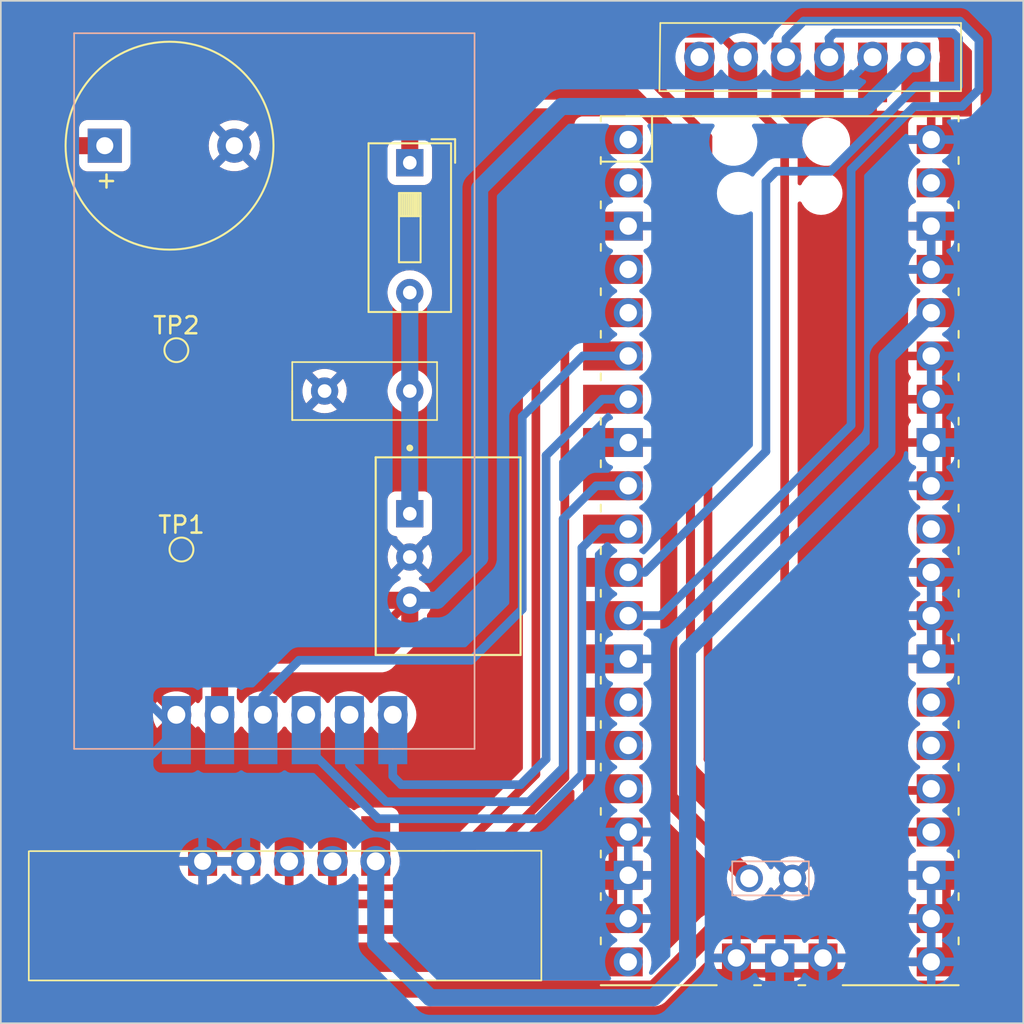
<source format=kicad_pcb>
(kicad_pcb (version 20240108) (generator "pcbnew") (generator_version "8.0")
  (title_block (title "SCALARV_AEROSAT_BOARD") (rev "v01") (comment 4 "Florian Topeza"))
  (layers (0 "F.Cu" signal) (31 "B.Cu" signal) (34 "B.Paste" user) (35 "F.Paste" user) (36 "B.SilkS" user "B.Silkscreen") (37 "F.SilkS" user "F.Silkscreen") (38 "B.Mask" user) (39 "F.Mask" user) (44 "Edge.Cuts" user))
  (net 0 "")
  (net 1 "/BUZZER")
  (net 2 "GND")
  (net 3 "+BATT")
  (net 4 "Net-(PS1-+VIN)")
  (net 5 "+5V")
  (net 6 "/GPS_TX")
  (net 7 "/GPS_RX")
  (net 8 "/LoRa_BUSY")
  (net 9 "/LoRa_CS")
  (net 10 "/SD_MISO")
  (net 11 "/SD_CS")
  (net 12 "/SD_CLK")
  (net 13 "/SD_MOSI")
  (net 14 "/PMS_TXD")
  (net 15 "/PMS_RXD")
  (net 16 "/LoRa_CLK")
  (net 17 "/LoRa_MOSI")
  (net 18 "/LoRa_MISO")
  (net 19 "/LORA_RST")
  (net 20 "/PMS_RST")
  (net 21 "/PMS_SET")
  (net 22 "/LORA_DIO1")
  (net 23 "/BAT_AD")
  (net 24 "+3.3V")
  (footprint "TestPoint:TestPoint_Pad_D1.0mm" (layer "F.Cu") (at 110.3 70.5)
    (property "Reference" "TP2" (at 0 -1.448 0) (layer "F.SilkS"))
    (property "Value" "TestPoint" (hide yes))
    (fp_circle (center 0 0) (end 0 0.7) (stroke (width 0.12)) (fill none) (layer "F.SilkS"))
    (pad "1" smd circle (at 0 0) (size 1 1) (layers "F.Cu" "F.Mask") (net 2 "GND"))
  )
  (footprint "Librairie_empreintes_test:Battery_connector" (layer "F.Cu") (at 143.92 101.5)
    (property "Reference" "REF**" (hide yes))
    (property "Value" "Battery_connector" (hide yes))
    (fp_line (start -1 -1) (end 3.5 -1) (stroke (width 0.1)) (layer "B.SilkS"))
    (fp_line (start -1 1) (end -1 -1) (stroke (width 0.1)) (layer "B.SilkS"))
    (fp_line (start 3.5 -1) (end 3.5 1) (stroke (width 0.1)) (layer "B.SilkS"))
    (fp_line (start 3.5 1) (end -1 1) (stroke (width 0.1)) (layer "B.SilkS"))
    (pad "1" thru_hole circle (at 0 0) (size 1.6 1.6) (drill 1.05) (layers "*.Cu" "*.Mask") (net 3 "+BATT"))
    (pad "2" thru_hole circle (at 2.54 0) (size 1.6 1.6) (drill 1.05) (layers "*.Cu" "*.Mask") (net 2 "GND"))
  )
  (footprint "Catalex_microSD_adaptater:Catalex_microSD_adaptater" (layer "F.Cu") (at 123 91.9 -90)
    (property "Reference" "Micro_SD_Card1" (hide yes))
    (property "Value" "~Micro SD Card adapter")
    (fp_line (start -40 18.7) (end 2 18.7) (stroke (width 0.1)) (layer "B.SilkS"))
    (fp_line (start 2 18.7) (end 2 0) (stroke (width 0.1)) (layer "B.SilkS"))
    (fp_line (start 2 0) (end 2 -4.8) (stroke (width 0.1)) (layer "B.SilkS"))
    (fp_line (start -40 -4.8) (end -40 18.7) (stroke (width 0.1)) (layer "B.SilkS"))
    (fp_line (start 2 -4.8) (end -40 -4.8) (stroke (width 0.1)) (layer "B.SilkS"))
    (pad "1" thru_hole circle (at 0 0 270) (size 1.75 1.75) (drill 1.05) (layers "*.Cu" "*.Mask") (net 11 "/SD_CS"))
    (pad "1" smd rect (at 0 0 270) (size 4 1.7) (drill (offset 0.9 0)) (layers "B.Cu" "B.Mask") (net 11 "/SD_CS"))
    (pad "2" thru_hole circle (at 0 2.54 270) (size 1.75 1.75) (drill 1.05) (layers "*.Cu" "*.Mask") (net 12 "/SD_CLK"))
    (pad "2" smd rect (at 0 2.54 270) (size 4 1.7) (drill (offset 0.9 0)) (layers "B.Cu" "B.Mask") (net 12 "/SD_CLK"))
    (pad "3" thru_hole circle (at 0 5.08 270) (size 1.75 1.75) (drill 1.05) (layers "*.Cu" "*.Mask") (net 13 "/SD_MOSI"))
    (pad "3" smd rect (at 0 5.08 270) (size 4 1.7) (drill (offset 0.9 0)) (layers "B.Cu" "B.Mask") (net 13 "/SD_MOSI"))
    (pad "4" thru_hole circle (at 0 7.62 270) (size 1.75 1.75) (drill 1.05) (layers "*.Cu" "*.Mask") (net 10 "/SD_MISO"))
    (pad "4" smd rect (at 0 7.62 270) (size 4 1.7) (drill (offset 0.9 0)) (layers "B.Cu" "B.Mask") (net 10 "/SD_MISO"))
    (pad "5" thru_hole circle (at 0 10.16 270) (size 1.75 1.75) (drill 1.05) (layers "*.Cu" "*.Mask") (net 5 "+5V"))
    (pad "5" smd rect (at 0 10.16 270) (size 4 1.7) (drill (offset 0.9 0)) (layers "B.Cu" "B.Mask") (net 5 "+5V"))
    (pad "6" thru_hole circle (at 0 12.7 270) (size 1.75 1.75) (drill 1.05) (layers "*.Cu" "*.Mask") (net 2 "GND"))
    (pad "6" smd rect (at 0 12.7 270) (size 4 1.7) (drill (offset 0.9 0)) (layers "B.Cu" "B.Mask") (net 2 "GND"))
  )
  (footprint "TestPoint:TestPoint_Pad_D1.0mm" (layer "F.Cu") (at 110.6 82.2)
    (property "Reference" "TP1" (at 0 -1.448 0) (layer "F.SilkS"))
    (property "Value" "TestPoint" (hide yes))
    (fp_circle (center 0 0) (end 0 0.7) (stroke (width 0.12)) (fill none) (layer "F.SilkS"))
    (pad "1" smd circle (at 0 0) (size 1 1) (layers "F.Cu" "F.Mask") (net 5 "+5V"))
  )
  (footprint "Button_Switch_THT:SW_DIP_SPSTx01_Slide_9.78x4.72mm_W7.62mm_P2.54mm" (layer "F.Cu") (at 124 59.5 -90)
    (property "Reference" "SW1" (hide yes))
    (property "Value" "SW_DIP_x01" (hide yes))
    (fp_line (start -1.14 2.42) (end 8.76 2.42) (stroke (width 0.12)) (layer "F.SilkS"))
    (fp_line (start 1.78 0.635) (end 5.84 0.635) (stroke (width 0.12)) (layer "F.SilkS"))
    (fp_line (start 5.84 0.635) (end 5.84 -0.635) (stroke (width 0.12)) (layer "F.SilkS"))
    (fp_line (start 1.78 0.565) (end 3.133333 0.565) (stroke (width 0.12)) (layer "F.SilkS"))
    (fp_line (start 1.78 0.445) (end 3.133333 0.445) (stroke (width 0.12)) (layer "F.SilkS"))
    (fp_line (start 1.78 0.325) (end 3.133333 0.325) (stroke (width 0.12)) (layer "F.SilkS"))
    (fp_line (start 1.78 0.205) (end 3.133333 0.205) (stroke (width 0.12)) (layer "F.SilkS"))
    (fp_line (start 1.78 0.085) (end 3.133333 0.085) (stroke (width 0.12)) (layer "F.SilkS"))
    (fp_line (start 1.78 -0.035) (end 3.133333 -0.035) (stroke (width 0.12)) (layer "F.SilkS"))
    (fp_line (start 1.78 -0.155) (end 3.133333 -0.155) (stroke (width 0.12)) (layer "F.SilkS"))
    (fp_line (start 1.78 -0.275) (end 3.133333 -0.275) (stroke (width 0.12)) (layer "F.SilkS"))
    (fp_line (start 1.78 -0.395) (end 3.133333 -0.395) (stroke (width 0.12)) (layer "F.SilkS"))
    (fp_line (start 1.78 -0.515) (end 3.133333 -0.515) (stroke (width 0.12)) (layer "F.SilkS"))
    (fp_line (start 1.78 -0.635) (end 1.78 0.635) (stroke (width 0.12)) (layer "F.SilkS"))
    (fp_line (start 3.133333 -0.635) (end 3.133333 0.635) (stroke (width 0.12)) (layer "F.SilkS"))
    (fp_line (start 5.84 -0.635) (end 1.78 -0.635) (stroke (width 0.12)) (layer "F.SilkS"))
    (fp_line (start -1.14 -2.42) (end -1.14 2.42) (stroke (width 0.12)) (layer "F.SilkS"))
    (fp_line (start -1.14 -2.42) (end 8.76 -2.42) (stroke (width 0.12)) (layer "F.SilkS"))
    (fp_line (start 8.76 -2.42) (end 8.76 2.42) (stroke (width 0.12)) (layer "F.SilkS"))
    (fp_line (start -1.38 -2.66) (end -1.38 -1.277) (stroke (width 0.12)) (layer "F.SilkS"))
    (fp_line (start -1.38 -2.66) (end 0.004 -2.66) (stroke (width 0.12)) (layer "F.SilkS"))
    (pad "1" thru_hole rect (at 0 0 270) (size 1.6 1.6) (drill 0.8) (layers "*.Cu" "*.Mask") (net 3 "+BATT"))
    (pad "2" thru_hole oval (at 7.62 0 270) (size 1.6 1.6) (drill 0.8) (layers "*.Cu" "*.Mask") (net 4 "Net-(PS1-+VIN)"))
  )
  (footprint "LS20031_GPS:LS20031_GPS_Vertical" (layer "F.Cu") (at 111.84 100.5 90)
    (property "Reference" "LS20031_GPS_TTL1" (hide yes))
    (property "Value" "GPS" (hide yes))
    (fp_line (start 0.59 -10.2) (end -6.99 -10.2) (stroke (width 0.1)) (layer "F.SilkS"))
    (fp_line (start -6.99 -10.13) (end -6.99 19.88) (stroke (width 0.1)) (layer "F.SilkS"))
    (fp_line (start 0.6 -0.8) (end 0.6 -10.13) (stroke (width 0.1)) (layer "F.SilkS"))
    (fp_line (start 0.62 19.88) (end 0.6 -0.8) (stroke (width 0.1)) (layer "F.SilkS"))
    (fp_line (start -6.98 19.88) (end 0.62 19.88) (stroke (width 0.1)) (layer "F.SilkS"))
    (pad "1" thru_hole circle (at 0 10.16 270) (size 1.8 1.8) (drill 1.05) (layers "*.Cu" "*.Mask") (net 24 "+3.3V"))
    (pad "1" smd rect (at 0 10.16 270) (size 3.5 1.7) (drill (offset -0.9 0)) (layers "F.Cu" "F.Mask") (net 24 "+3.3V"))
    (pad "2" thru_hole circle (at 0 7.62 270) (size 1.8 1.8) (drill 1.05) (layers "*.Cu" "*.Mask") (net 6 "/GPS_TX"))
    (pad "2" smd rect (at 0 7.62 270) (size 3.5 1.7) (drill (offset -0.9 0)) (layers "F.Cu" "F.Mask") (net 6 "/GPS_TX"))
    (pad "3" thru_hole circle (at 0 5.08 270) (size 1.8 1.8) (drill 1.05) (layers "*.Cu" "*.Mask") (net 7 "/GPS_RX"))
    (pad "3" smd rect (at 0 5.08 270) (size 3.5 1.7) (drill (offset -0.9 0)) (layers "F.Cu" "F.Mask") (net 7 "/GPS_RX"))
    (pad "4" thru_hole circle (at 0 2.54 270) (size 1.8 1.8) (drill 1.05) (layers "*.Cu" "*.Mask") (net 2 "GND"))
    (pad "4" smd rect (at 0 2.54 270) (size 3.5 1.7) (drill (offset -0.9 0)) (layers "F.Cu" "F.Mask") (net 2 "GND"))
    (pad "5" thru_hole circle (at 0 0 270) (size 1.8 1.8) (drill 1) (layers "*.Cu" "*.Mask") (net 2 "GND"))
    (pad "5" smd rect (at 0 0 270) (size 3.5 1.7) (drill (offset -0.9 0)) (layers "F.Cu" "F.Mask") (net 2 "GND"))
  )
  (footprint "RPi_Pico:RPi_Pico_SMD_TH" (layer "F.Cu") (at 145.71 82.27)
    (property "Reference" "Raspberry_Pico1" (hide yes))
    (property "Value" "~RP Pico" (hide yes))
    (fp_line (start -10.5 -25.5) (end -10.5 -25.2) (stroke (width 0.12)) (layer "F.SilkS"))
    (fp_line (start -10.5 -25.5) (end 10.5 -25.5) (stroke (width 0.12)) (layer "F.SilkS"))
    (fp_line (start -10.5 -23.1) (end -10.5 -22.7) (stroke (width 0.12)) (layer "F.SilkS"))
    (fp_line (start -10.5 -22.833) (end -7.493 -22.833) (stroke (width 0.12)) (layer "F.SilkS"))
    (fp_line (start -10.5 -20.5) (end -10.5 -20.1) (stroke (width 0.12)) (layer "F.SilkS"))
    (fp_line (start -10.5 -18) (end -10.5 -17.6) (stroke (width 0.12)) (layer "F.SilkS"))
    (fp_line (start -10.5 -15.4) (end -10.5 -15) (stroke (width 0.12)) (layer "F.SilkS"))
    (fp_line (start -10.5 -12.9) (end -10.5 -12.5) (stroke (width 0.12)) (layer "F.SilkS"))
    (fp_line (start -10.5 -10.4) (end -10.5 -10) (stroke (width 0.12)) (layer "F.SilkS"))
    (fp_line (start -10.5 -7.8) (end -10.5 -7.4) (stroke (width 0.12)) (layer "F.SilkS"))
    (fp_line (start -10.5 -5.3) (end -10.5 -4.9) (stroke (width 0.12)) (layer "F.SilkS"))
    (fp_line (start -10.5 -2.7) (end -10.5 -2.3) (stroke (width 0.12)) (layer "F.SilkS"))
    (fp_line (start -10.5 -0.2) (end -10.5 0.2) (stroke (width 0.12)) (layer "F.SilkS"))
    (fp_line (start -10.5 2.3) (end -10.5 2.7) (stroke (width 0.12)) (layer "F.SilkS"))
    (fp_line (start -10.5 4.9) (end -10.5 5.3) (stroke (width 0.12)) (layer "F.SilkS"))
    (fp_line (start -10.5 7.4) (end -10.5 7.8) (stroke (width 0.12)) (layer "F.SilkS"))
    (fp_line (start -10.5 10) (end -10.5 10.4) (stroke (width 0.12)) (layer "F.SilkS"))
    (fp_line (start -10.5 12.5) (end -10.5 12.9) (stroke (width 0.12)) (layer "F.SilkS"))
    (fp_line (start -10.5 15.1) (end -10.5 15.5) (stroke (width 0.12)) (layer "F.SilkS"))
    (fp_line (start -10.5 17.6) (end -10.5 18) (stroke (width 0.12)) (layer "F.SilkS"))
    (fp_line (start -10.5 20.1) (end -10.5 20.5) (stroke (width 0.12)) (layer "F.SilkS"))
    (fp_line (start -10.5 22.7) (end -10.5 23.1) (stroke (width 0.12)) (layer "F.SilkS"))
    (fp_line (start -7.493 -22.833) (end -7.493 -25.5) (stroke (width 0.12)) (layer "F.SilkS"))
    (fp_line (start -3.7 25.5) (end -10.5 25.5) (stroke (width 0.12)) (layer "F.SilkS"))
    (fp_line (start -1.5 25.5) (end -1.1 25.5) (stroke (width 0.12)) (layer "F.SilkS"))
    (fp_line (start 1.1 25.5) (end 1.5 25.5) (stroke (width 0.12)) (layer "F.SilkS"))
    (fp_line (start 10.5 -25.5) (end 10.5 -25.2) (stroke (width 0.12)) (layer "F.SilkS"))
    (fp_line (start 10.5 -23.1) (end 10.5 -22.7) (stroke (width 0.12)) (layer "F.SilkS"))
    (fp_line (start 10.5 -20.5) (end 10.5 -20.1) (stroke (width 0.12)) (layer "F.SilkS"))
    (fp_line (start 10.5 -18) (end 10.5 -17.6) (stroke (width 0.12)) (layer "F.SilkS"))
    (fp_line (start 10.5 -15.4) (end 10.5 -15) (stroke (width 0.12)) (layer "F.SilkS"))
    (fp_line (start 10.5 -12.9) (end 10.5 -12.5) (stroke (width 0.12)) (layer "F.SilkS"))
    (fp_line (start 10.5 -10.4) (end 10.5 -10) (stroke (width 0.12)) (layer "F.SilkS"))
    (fp_line (start 10.5 -7.8) (end 10.5 -7.4) (stroke (width 0.12)) (layer "F.SilkS"))
    (fp_line (start 10.5 -5.3) (end 10.5 -4.9) (stroke (width 0.12)) (layer "F.SilkS"))
    (fp_line (start 10.5 -2.7) (end 10.5 -2.3) (stroke (width 0.12)) (layer "F.SilkS"))
    (fp_line (start 10.5 -0.2) (end 10.5 0.2) (stroke (width 0.12)) (layer "F.SilkS"))
    (fp_line (start 10.5 2.3) (end 10.5 2.7) (stroke (width 0.12)) (layer "F.SilkS"))
    (fp_line (start 10.5 4.9) (end 10.5 5.3) (stroke (width 0.12)) (layer "F.SilkS"))
    (fp_line (start 10.5 7.4) (end 10.5 7.8) (stroke (width 0.12)) (layer "F.SilkS"))
    (fp_line (start 10.5 10) (end 10.5 10.4) (stroke (width 0.12)) (layer "F.SilkS"))
    (fp_line (start 10.5 12.5) (end 10.5 12.9) (stroke (width 0.12)) (layer "F.SilkS"))
    (fp_line (start 10.5 15.1) (end 10.5 15.5) (stroke (width 0.12)) (layer "F.SilkS"))
    (fp_line (start 10.5 17.6) (end 10.5 18) (stroke (width 0.12)) (layer "F.SilkS"))
    (fp_line (start 10.5 20.1) (end 10.5 20.5) (stroke (width 0.12)) (layer "F.SilkS"))
    (fp_line (start 10.5 22.7) (end 10.5 23.1) (stroke (width 0.12)) (layer "F.SilkS"))
    (fp_line (start 10.5 25.5) (end 3.7 25.5) (stroke (width 0.12)) (layer "F.SilkS"))
    (pad "" np_thru_hole oval (at -2.725 -24) (size 1.8 1.8) (drill 1.8) (layers "*.Cu" "*.Mask"))
    (pad "" np_thru_hole oval (at -2.425 -20.97) (size 1.5 1.5) (drill 1.5) (layers "*.Cu" "*.Mask"))
    (pad "" np_thru_hole oval (at 2.425 -20.97) (size 1.5 1.5) (drill 1.5) (layers "*.Cu" "*.Mask"))
    (pad "" np_thru_hole oval (at 2.725 -24) (size 1.8 1.8) (drill 1.8) (layers "*.Cu" "*.Mask"))
    (pad "1" thru_hole oval (at -8.89 -24.13) (size 1.7 1.7) (drill 1.02) (layers "*.Cu" "*.Mask") (net 6 "/GPS_TX"))
    (pad "1" smd rect (at -8.89 -24.13) (size 3.5 1.7) (drill (offset -0.9 0)) (layers "F.Cu" "F.Mask") (net 6 "/GPS_TX"))
    (pad "2" thru_hole oval (at -8.89 -21.59) (size 1.7 1.7) (drill 1.02) (layers "*.Cu" "*.Mask") (net 7 "/GPS_RX"))
    (pad "2" smd rect (at -8.89 -21.59) (size 3.5 1.7) (drill (offset -0.9 0)) (layers "F.Cu" "F.Mask") (net 7 "/GPS_RX"))
    (pad "3" thru_hole rect (at -8.89 -19.05) (size 1.7 1.7) (drill 1.02) (layers "*.Cu" "*.Mask") (net 2 "GND"))
    (pad "3" smd rect (at -8.89 -19.05) (size 3.5 1.7) (drill (offset -0.9 0)) (layers "F.Cu" "F.Mask") (net 2 "GND"))
    (pad "4" thru_hole oval (at -8.89 -16.51) (size 1.7 1.7) (drill 1.02) (layers "*.Cu" "*.Mask") (net 8 "/LoRa_BUSY"))
    (pad "4" smd rect (at -8.89 -16.51) (size 3.5 1.7) (drill (offset -0.9 0)) (layers "F.Cu" "F.Mask") (net 8 "/LoRa_BUSY"))
    (pad "5" thru_hole oval (at -8.89 -13.97) (size 1.7 1.7) (drill 1.02) (layers "*.Cu" "*.Mask") (net 9 "/LoRa_CS"))
    (pad "5" smd rect (at -8.89 -13.97) (size 3.5 1.7) (drill (offset -0.9 0)) (layers "F.Cu" "F.Mask") (net 9 "/LoRa_CS"))
    (pad "6" thru_hole oval (at -8.89 -11.43) (size 1.7 1.7) (drill 1.02) (layers "*.Cu" "*.Mask") (net 10 "/SD_MISO"))
    (pad "6" smd rect (at -8.89 -11.43) (size 3.5 1.7) (drill (offset -0.9 0)) (layers "F.Cu" "F.Mask") (net 10 "/SD_MISO"))
    (pad "7" thru_hole oval (at -8.89 -8.89) (size 1.7 1.7) (drill 1.02) (layers "*.Cu" "*.Mask") (net 11 "/SD_CS"))
    (pad "7" smd rect (at -8.89 -8.89) (size 3.5 1.7) (drill (offset -0.9 0)) (layers "F.Cu" "F.Mask") (net 11 "/SD_CS"))
    (pad "8" thru_hole rect (at -8.89 -6.35) (size 1.7 1.7) (drill 1.02) (layers "*.Cu" "*.Mask") (net 2 "GND"))
    (pad "8" smd rect (at -8.89 -6.35) (size 3.5 1.7) (drill (offset -0.9 0)) (layers "F.Cu" "F.Mask") (net 2 "GND"))
    (pad "9" thru_hole oval (at -8.89 -3.81) (size 1.7 1.7) (drill 1.02) (layers "*.Cu" "*.Mask") (net 12 "/SD_CLK"))
    (pad "9" smd rect (at -8.89 -3.81) (size 3.5 1.7) (drill (offset -0.9 0)) (layers "F.Cu" "F.Mask") (net 12 "/SD_CLK"))
    (pad "10" thru_hole oval (at -8.89 -1.27) (size 1.7 1.7) (drill 1.02) (layers "*.Cu" "*.Mask") (net 13 "/SD_MOSI"))
    (pad "10" smd rect (at -8.89 -1.27) (size 3.5 1.7) (drill (offset -0.9 0)) (layers "F.Cu" "F.Mask") (net 13 "/SD_MOSI"))
    (pad "11" thru_hole oval (at -8.89 1.27) (size 1.7 1.7) (drill 1.02) (layers "*.Cu" "*.Mask") (net 14 "/PMS_TXD"))
    (pad "11" smd rect (at -8.89 1.27) (size 3.5 1.7) (drill (offset -0.9 0)) (layers "F.Cu" "F.Mask") (net 14 "/PMS_TXD"))
    (pad "12" thru_hole oval (at -8.89 3.81) (size 1.7 1.7) (drill 1.02) (layers "*.Cu" "*.Mask") (net 15 "/PMS_RXD"))
    (pad "12" smd rect (at -8.89 3.81) (size 3.5 1.7) (drill (offset -0.9 0)) (layers "F.Cu" "F.Mask") (net 15 "/PMS_RXD"))
    (pad "13" thru_hole rect (at -8.89 6.35) (size 1.7 1.7) (drill 1.02) (layers "*.Cu" "*.Mask") (net 2 "GND"))
    (pad "13" smd rect (at -8.89 6.35) (size 3.5 1.7) (drill (offset -0.9 0)) (layers "F.Cu" "F.Mask") (net 2 "GND"))
    (pad "14" thru_hole oval (at -8.89 8.89) (size 1.7 1.7) (drill 1.02) (layers "*.Cu" "*.Mask") (net 16 "/LoRa_CLK"))
    (pad "14" smd rect (at -8.89 8.89) (size 3.5 1.7) (drill (offset -0.9 0)) (layers "F.Cu" "F.Mask") (net 16 "/LoRa_CLK"))
    (pad "15" thru_hole oval (at -8.89 11.43) (size 1.7 1.7) (drill 1.02) (layers "*.Cu" "*.Mask") (net 17 "/LoRa_MOSI"))
    (pad "15" smd rect (at -8.89 11.43) (size 3.5 1.7) (drill (offset -0.9 0)) (layers "F.Cu" "F.Mask") (net 17 "/LoRa_MOSI"))
    (pad "16" thru_hole oval (at -8.89 13.97) (size 1.7 1.7) (drill 1.02) (layers "*.Cu" "*.Mask") (net 18 "/LoRa_MISO"))
    (pad "16" smd rect (at -8.89 13.97) (size 3.5 1.7) (drill (offset -0.9 0)) (layers "F.Cu" "F.Mask") (net 18 "/LoRa_MISO"))
    (pad "17" thru_hole oval (at -8.89 16.51) (size 1.7 1.7) (drill 1.02) (layers "*.Cu" "*.Mask") (net 2 "GND"))
    (pad "17" smd rect (at -8.89 16.51) (size 3.5 1.7) (drill (offset -0.9 0)) (layers "F.Cu" "F.Mask") (net 2 "GND"))
    (pad "18" thru_hole rect (at -8.89 19.05) (size 1.7 1.7) (drill 1.02) (layers "*.Cu" "*.Mask") (net 2 "GND"))
    (pad "18" smd rect (at -8.89 19.05) (size 3.5 1.7) (drill (offset -0.9 0)) (layers "F.Cu" "F.Mask") (net 2 "GND"))
    (pad "19" thru_hole oval (at -8.89 21.59) (size 1.7 1.7) (drill 1.02) (layers "*.Cu" "*.Mask") (net 2 "GND"))
    (pad "19" smd rect (at -8.89 21.59) (size 3.5 1.7) (drill (offset -0.9 0)) (layers "F.Cu" "F.Mask") (net 2 "GND"))
    (pad "20" thru_hole oval (at -8.89 24.13) (size 1.7 1.7) (drill 1.02) (layers "*.Cu" "*.Mask") (net 19 "/LORA_RST"))
    (pad "20" smd rect (at -8.89 24.13) (size 3.5 1.7) (drill (offset -0.9 0)) (layers "F.Cu" "F.Mask") (net 19 "/LORA_RST"))
    (pad "21" thru_hole oval (at 8.89 24.13) (size 1.7 1.7) (drill 1.02) (layers "*.Cu" "*.Mask") (net 2 "GND"))
    (pad "21" smd rect (at 8.89 24.13) (size 3.5 1.7) (drill (offset 0.9 0)) (layers "F.Cu" "F.Mask") (net 2 "GND"))
    (pad "22" thru_hole oval (at 8.89 21.59) (size 1.7 1.7) (drill 1.02) (layers "*.Cu" "*.Mask") (net 2 "GND"))
    (pad "22" smd rect (at 8.89 21.59) (size 3.5 1.7) (drill (offset 0.9 0)) (layers "F.Cu" "F.Mask") (net 2 "GND"))
    (pad "23" thru_hole rect (at 8.89 19.05) (size 1.7 1.7) (drill 1.02) (layers "*.Cu" "*.Mask") (net 2 "GND"))
    (pad "23" smd rect (at 8.89 19.05) (size 3.5 1.7) (drill (offset 0.9 0)) (layers "F.Cu" "F.Mask") (net 2 "GND"))
    (pad "24" thru_hole oval (at 8.89 16.51) (size 1.7 1.7) (drill 1.02) (layers "*.Cu" "*.Mask") (net 20 "/PMS_RST"))
    (pad "24" smd rect (at 8.89 16.51) (size 3.5 1.7) (drill (offset 0.9 0)) (layers "F.Cu" "F.Mask") (net 20 "/PMS_RST"))
    (pad "25" thru_hole oval (at 8.89 13.97) (size 1.7 1.7) (drill 1.02) (layers "*.Cu" "*.Mask") (net 21 "/PMS_SET"))
    (pad "25" smd rect (at 8.89 13.97) (size 3.5 1.7) (drill (offset 0.9 0)) (layers "F.Cu" "F.Mask") (net 21 "/PMS_SET"))
    (pad "26" thru_hole oval (at 8.89 11.43) (size 1.7 1.7) (drill 1.02) (layers "*.Cu" "*.Mask") (net 22 "/LORA_DIO1"))
    (pad "26" smd rect (at 8.89 11.43) (size 3.5 1.7) (drill (offset 0.9 0)) (layers "F.Cu" "F.Mask") (net 22 "/LORA_DIO1"))
    (pad "27" thru_hole oval (at 8.89 8.89) (size 1.7 1.7) (drill 1.02) (layers "*.Cu" "*.Mask") (net 1 "/BUZZER"))
    (pad "27" smd rect (at 8.89 8.89) (size 3.5 1.7) (drill (offset 0.9 0)) (layers "F.Cu" "F.Mask") (net 1 "/BUZZER"))
    (pad "28" thru_hole rect (at 8.89 6.35) (size 1.7 1.7) (drill 1.02) (layers "*.Cu" "*.Mask") (net 2 "GND"))
    (pad "28" smd rect (at 8.89 6.35) (size 3.5 1.7) (drill (offset 0.9 0)) (layers "F.Cu" "F.Mask") (net 2 "GND"))
    (pad "29" thru_hole oval (at 8.89 3.81) (size 1.7 1.7) (drill 1.02) (layers "*.Cu" "*.Mask") (net 2 "GND"))
    (pad "29" smd rect (at 8.89 3.81) (size 3.5 1.7) (drill (offset 0.9 0)) (layers "F.Cu" "F.Mask") (net 2 "GND"))
    (pad "30" thru_hole oval (at 8.89 1.27) (size 1.7 1.7) (drill 1.02) (layers "*.Cu" "*.Mask") (net 2 "GND"))
    (pad "30" smd rect (at 8.89 1.27) (size 3.5 1.7) (drill (offset 0.9 0)) (layers "F.Cu" "F.Mask") (net 2 "GND"))
    (pad "31" thru_hole oval (at 8.89 -1.27) (size 1.7 1.7) (drill 1.02) (layers "*.Cu" "*.Mask") (net 23 "/BAT_AD"))
    (pad "31" smd rect (at 8.89 -1.27) (size 3.5 1.7) (drill (offset 0.9 0)) (layers "F.Cu" "F.Mask") (net 23 "/BAT_AD"))
    (pad "32" thru_hole oval (at 8.89 -3.81) (size 1.7 1.7) (drill 1.02) (layers "*.Cu" "*.Mask") (net 2 "GND"))
    (pad "32" smd rect (at 8.89 -3.81) (size 3.5 1.7) (drill (offset 0.9 0)) (layers "F.Cu" "F.Mask") (net 2 "GND"))
    (pad "33" thru_hole rect (at 8.89 -6.35) (size 1.7 1.7) (drill 1.02) (layers "*.Cu" "*.Mask") (net 2 "GND"))
    (pad "33" smd rect (at 8.89 -6.35) (size 3.5 1.7) (drill (offset 0.9 0)) (layers "F.Cu" "F.Mask") (net 2 "GND"))
    (pad "34" thru_hole oval (at 8.89 -8.89) (size 1.7 1.7) (drill 1.02) (layers "*.Cu" "*.Mask") (net 2 "GND"))
    (pad "34" smd rect (at 8.89 -8.89) (size 3.5 1.7) (drill (offset 0.9 0)) (layers "F.Cu" "F.Mask") (net 2 "GND"))
    (pad "35" thru_hole oval (at 8.89 -11.43) (size 1.7 1.7) (drill 1.02) (layers "*.Cu" "*.Mask") (net 2 "GND"))
    (pad "35" smd rect (at 8.89 -11.43) (size 3.5 1.7) (drill (offset 0.9 0)) (layers "F.Cu" "F.Mask") (net 2 "GND"))
    (pad "36" thru_hole oval (at 8.89 -13.97) (size 1.7 1.7) (drill 1.02) (layers "*.Cu" "*.Mask") (net 24 "+3.3V"))
    (pad "36" smd rect (at 8.89 -13.97) (size 3.5 1.7) (drill (offset 0.9 0)) (layers "F.Cu" "F.Mask") (net 24 "+3.3V"))
    (pad "37" thru_hole oval (at 8.89 -16.51) (size 1.7 1.7) (drill 1.02) (layers "*.Cu" "*.Mask") (net 2 "GND"))
    (pad "37" smd rect (at 8.89 -16.51) (size 3.5 1.7) (drill (offset 0.9 0)) (layers "F.Cu" "F.Mask") (net 2 "GND"))
    (pad "38" thru_hole rect (at 8.89 -19.05) (size 1.7 1.7) (drill 1.02) (layers "*.Cu" "*.Mask") (net 2 "GND"))
    (pad "38" smd rect (at 8.89 -19.05) (size 3.5 1.7) (drill (offset 0.9 0)) (layers "F.Cu" "F.Mask") (net 2 "GND"))
    (pad "39" thru_hole oval (at 8.89 -21.59) (size 1.7 1.7) (drill 1.02) (layers "*.Cu" "*.Mask") (net 5 "+5V"))
    (pad "39" smd rect (at 8.89 -21.59) (size 3.5 1.7) (drill (offset 0.9 0)) (layers "F.Cu" "F.Mask") (net 5 "+5V"))
    (pad "40" thru_hole oval (at 8.89 -24.13) (size 1.7 1.7) (drill 1.02) (layers "*.Cu" "*.Mask") (net 2 "GND"))
    (pad "40" smd rect (at 8.89 -24.13) (size 3.5 1.7) (drill (offset 0.9 0)) (layers "F.Cu" "F.Mask") (net 2 "GND"))
    (pad "41" thru_hole oval (at -2.54 23.9) (size 1.7 1.7) (drill 1.02) (layers "*.Cu" "*.Mask") (net 2 "GND"))
    (pad "41" smd rect (at -2.54 23.9 90) (size 3.5 1.7) (drill (offset -0.9 0)) (layers "F.Cu" "F.Mask") (net 2 "GND"))
    (pad "42" thru_hole rect (at 0 23.9) (size 1.7 1.7) (drill 1.02) (layers "*.Cu" "*.Mask") (net 2 "GND"))
    (pad "42" smd rect (at 0 23.9 90) (size 3.5 1.7) (drill (offset -0.9 0)) (layers "F.Cu" "F.Mask") (net 2 "GND"))
    (pad "43" thru_hole oval (at 2.54 23.9) (size 1.7 1.7) (drill 1.02) (layers "*.Cu" "*.Mask") (net 2 "GND"))
    (pad "43" smd rect (at 2.54 23.9 90) (size 3.5 1.7) (drill (offset -0.9 0)) (layers "F.Cu" "F.Mask") (net 2 "GND"))
  )
  (footprint "PMS5003:PIM477" (layer "F.Cu") (at 153.7 53.3 -90)
    (property "Reference" "PMS5003" (hide yes))
    (property "Value" "~PMS5003" (hide yes))
    (fp_line (start 2 15.05) (end -2 15) (stroke (width 0.1)) (layer "F.SilkS"))
    (fp_line (start 2 15.05) (end 2 -1) (stroke (width 0.1)) (layer "F.SilkS"))
    (fp_line (start 2 -1) (end 2 -2.65) (stroke (width 0.1)) (layer "F.SilkS"))
    (fp_line (start -2 -2.65) (end -2 15) (stroke (width 0.1)) (layer "F.SilkS"))
    (fp_line (start 2 -2.65) (end -2 -2.65) (stroke (width 0.1)) (layer "F.SilkS"))
    (pad "1" thru_hole circle (at 0 0 270) (size 1.8 1.8) (drill 1.05) (layers "*.Cu" "*.Mask") (net 5 "+5V"))
    (pad "1" smd rect (at 0 0 270) (size 3.5 1.7) (drill (offset 0.9 0)) (layers "F.Cu" "F.Mask") (net 5 "+5V"))
    (pad "2" thru_hole circle (at 0 2.54 270) (size 1.8 1.8) (drill 1.05) (layers "*.Cu" "*.Mask") (net 2 "GND"))
    (pad "2" smd rect (at 0 2.54 270) (size 3.5 1.7) (drill (offset 0.9 0)) (layers "F.Cu" "F.Mask") (net 2 "GND"))
    (pad "3" thru_hole circle (at 0 5.08 270) (size 1.8 1.8) (drill 1.05) (layers "*.Cu" "*.Mask") (net 14 "/PMS_TXD"))
    (pad "3" smd rect (at 0 5.08 270) (size 3.5 1.7) (drill (offset 0.9 0)) (layers "F.Cu" "F.Mask") (net 14 "/PMS_TXD"))
    (pad "4" thru_hole circle (at 0 7.62 270) (size 1.8 1.8) (drill 1.05) (layers "*.Cu" "*.Mask") (net 15 "/PMS_RXD"))
    (pad "4" smd rect (at 0 7.62 270) (size 3.5 1.7) (drill (offset 0.9 0)) (layers "F.Cu" "F.Mask") (net 15 "/PMS_RXD"))
    (pad "5" thru_hole circle (at 0 10.16 270) (size 1.8 1.8) (drill 1.05) (layers "*.Cu" "*.Mask") (net 20 "/PMS_RST"))
    (pad "5" smd rect (at 0 10.16 270) (size 3.5 1.7) (drill (offset 0.9 0)) (layers "F.Cu" "F.Mask") (net 20 "/PMS_RST"))
    (pad "6" thru_hole circle (at 0 12.7 270) (size 1.8 1.8) (drill 1.05) (layers "*.Cu" "*.Mask") (net 21 "/PMS_SET"))
    (pad "6" smd rect (at 0 12.7 270) (size 3.5 1.7) (drill (offset 0.9 0)) (layers "F.Cu" "F.Mask") (net 21 "/PMS_SET"))
  )
  (footprint "R-78E5.0-0.5:CONV_R-78E5.0-0.5" (layer "F.Cu") (at 126.25 82.64 -90)
    (property "Reference" "PS1" (hide yes))
    (property "Value" "R-78E5.0-0.5" (hide yes))
    (fp_line (start -5.85 4.25) (end 5.75 4.25) (stroke (width 0.127)) (layer "F.SilkS"))
    (fp_line (start 5.75 4.25) (end 5.75 -4.25) (stroke (width 0.127)) (layer "F.SilkS"))
    (fp_line (start -5.85 -4.25) (end -5.85 4.25) (stroke (width 0.127)) (layer "F.SilkS"))
    (fp_line (start 5.75 -4.25) (end -5.85 -4.25) (stroke (width 0.127)) (layer "F.SilkS"))
    (fp_circle (center -6.4 2.25) (end -6.3 2.25) (stroke (width 0.2)) (fill none) (layer "F.SilkS"))
    (pad "1" thru_hole rect (at -2.54 2.25 270) (size 1.6 1.6) (drill 0.8) (layers "*.Cu" "*.Mask") (net 4 "Net-(PS1-+VIN)"))
    (pad "2" thru_hole circle (at 0 2.25 270) (size 1.6 1.6) (drill 0.8) (layers "*.Cu" "*.Mask") (net 2 "GND"))
    (pad "3" thru_hole circle (at 2.54 2.25 270) (size 1.6 1.6) (drill 0.8) (layers "*.Cu" "*.Mask") (net 5 "+5V"))
  )
  (footprint "Buzzer_Beeper:Buzzer_12x9.5RM7.6" (layer "F.Cu") (at 106.1 58.5)
    (property "Reference" "BZ1" (hide yes))
    (property "Value" "Buzzer" (hide yes))
    (fp_circle (center 3.8 0) (end 9.9 0) (stroke (width 0.12)) (fill none) (layer "F.SilkS"))
    (fp_text user "+" (at 0.1 2 0) (layer "F.SilkS"))
    (pad "1" thru_hole rect (at 0 0) (size 2 2) (drill 1) (layers "*.Cu" "*.Mask") (net 1 "/BUZZER"))
    (pad "2" thru_hole circle (at 7.6 0) (size 2 2) (drill 1) (layers "*.Cu" "*.Mask") (net 2 "GND"))
  )
  (footprint "TDK_capacitors:FA23" (layer "F.Cu") (at 124 72.9 180)
    (property "Reference" "C1" (hide yes))
    (property "Value" "10µF")
    (fp_line (start 6.9 0) (end 6.9 1.7) (stroke (width 0.1)) (layer "F.SilkS"))
    (fp_line (start 6.9 0) (end 6.9 -1.7) (stroke (width 0.1)) (layer "F.SilkS"))
    (fp_line (start 6.9 -1.7) (end 6.9 0) (stroke (width 0.1)) (layer "F.SilkS"))
    (fp_line (start -1.6 1.7) (end 6.9 1.7) (stroke (width 0.1)) (layer "F.SilkS"))
    (fp_line (start -1.6 -1.7) (end 6.9 -1.7) (stroke (width 0.1)) (layer "F.SilkS"))
    (fp_line (start -1.6 -1.7) (end -1.6 1.7) (stroke (width 0.1)) (layer "F.SilkS"))
    (pad "1" thru_hole circle (at 0 0 180) (size 1.6 1.6) (drill 0.8) (layers "*.Cu" "*.Mask") (net 4 "Net-(PS1-+VIN)"))
    (pad "2" thru_hole circle (at 5 0 180) (size 1.6 1.6) (drill 0.8) (layers "*.Cu" "*.Mask") (net 2 "GND"))
  )
  (gr_line (start 100 110) (end 160 110) (stroke (width 0.1)) (layer "Edge.Cuts"))
  (gr_line (start 160 50) (end 160 110) (stroke (width 0.1)) (layer "Edge.Cuts"))
  (gr_line (start 100 110) (end 100 50) (stroke (width 0.1)) (layer "Edge.Cuts"))
  (gr_line (start 160 50) (end 100 50) (stroke (width 0.1)) (layer "Edge.Cuts"))
  (segment (start 158 108) (end 153.28 108) (width 1) (layer "F.Cu") (net 1))
  (segment (start 153.28 108) (end 149.85 104.57) (width 1) (layer "F.Cu") (net 1))
  (segment (start 149.85 104.57) (end 141.75 104.57) (width 1) (layer "F.Cu") (net 1))
  (segment (start 158.5 92.7) (end 158.5 107.5) (width 1) (layer "F.Cu") (net 1))
  (segment (start 138.32 108) (end 110.7 108) (width 1) (layer "F.Cu") (net 1))
  (segment (start 110.7 108) (end 102.1 99.4) (width 1) (layer "F.Cu") (net 1))
  (segment (start 102.1 60.7) (end 104.3 58.5) (width 1) (layer "F.Cu") (net 1))
  (segment (start 156.96 91.16) (end 158.5 92.7) (width 1) (layer "F.Cu") (net 1))
  (segment (start 154.6 91.16) (end 156.96 91.16) (width 1) (layer "F.Cu") (net 1))
  (segment (start 104.3 58.5) (end 106.1 58.5) (width 1) (layer "F.Cu") (net 1))
  (segment (start 141.75 104.57) (end 138.32 108) (width 1) (layer "F.Cu") (net 1))
  (segment (start 158.5 107.5) (end 158 108) (width 1) (layer "F.Cu") (net 1))
  (segment (start 102.1 99.4) (end 102.1 60.7) (width 1) (layer "F.Cu") (net 1))
  (segment (start 139.2 96.78) (end 139.2 57.7) (width 1) (layer "F.Cu") (net 3))
  (segment (start 124 57.7) (end 124 59.5) (width 1) (layer "F.Cu") (net 3))
  (segment (start 143.92 101.5) (end 139.2 96.78) (width 1) (layer "F.Cu") (net 3))
  (segment (start 139.2 57.7) (end 136.8 55.3) (width 1) (layer "F.Cu") (net 3))
  (segment (start 126.4 55.3) (end 124 57.7) (width 1) (layer "F.Cu") (net 3))
  (segment (start 136.8 55.3) (end 126.4 55.3) (width 1) (layer "F.Cu") (net 3))
  (segment (start 124 72.9) (end 124 80.1) (width 1) (layer "B.Cu") (net 4))
  (segment (start 124 67.12) (end 124 72.9) (width 1) (layer "B.Cu") (net 4))
  (segment (start 122.5 86.4) (end 122.78 86.4) (width 0.508) (layer "F.Cu") (net 5))
  (segment (start 158 52.5) (end 156.4 50.9) (width 1) (layer "F.Cu") (net 5))
  (segment (start 122.3 86.6) (end 122.5 86.4) (width 0.508) (layer "F.Cu") (net 5))
  (segment (start 124 86.7) (end 122.3 88.4) (width 1) (layer "F.Cu") (net 5))
  (segment (start 125.1 50.9) (end 115.8 60.2) (width 1) (layer "F.Cu") (net 5))
  (segment (start 124 85.18) (end 124 86.7) (width 1) (layer "F.Cu") (net 5))
  (segment (start 110.6 84.8) (end 112.4 86.6) (width 0.508) (layer "F.Cu") (net 5))
  (segment (start 110.6 82.2) (end 110.6 84.8) (width 0.508) (layer "F.Cu") (net 5))
  (segment (start 114.4 88.4) (end 112.84 89.96) (width 1) (layer "F.Cu") (net 5))
  (segment (start 154.7 60.78) (end 154.6 60.68) (width 0.508) (layer "F.Cu") (net 5))
  (segment (start 112.84 89.96) (end 112.84 91.9) (width 1) (layer "F.Cu") (net 5))
  (segment (start 115.8 79.9) (end 121.08 85.18) (width 1) (layer "F.Cu") (net 5))
  (segment (start 122.3 88.4) (end 114.4 88.4) (width 1) (layer "F.Cu") (net 5))
  (segment (start 122.78 86.4) (end 124 85.18) (width 0.508) (layer "F.Cu") (net 5))
  (segment (start 112.4 86.6) (end 122.3 86.6) (width 0.508) (layer "F.Cu") (net 5))
  (segment (start 158 59.74) (end 158 52.5) (width 1) (layer "F.Cu") (net 5))
  (segment (start 115.8 60.2) (end 115.8 79.9) (width 1) (layer "F.Cu") (net 5))
  (segment (start 154.6 60.68) (end 157.06 60.68) (width 1) (layer "F.Cu") (net 5))
  (segment (start 157.06 60.68) (end 158 59.74) (width 1) (layer "F.Cu") (net 5))
  (segment (start 156.4 50.9) (end 125.1 50.9) (width 1) (layer "F.Cu") (net 5))
  (segment (start 121.08 85.18) (end 124 85.18) (width 1) (layer "F.Cu") (net 5))
  (segment (start 150.8 56.2) (end 153.7 53.3) (width 1) (layer "B.Cu") (net 5))
  (segment (start 128.1 82.7) (end 125.62 85.18) (width 1) (layer "B.Cu") (net 5))
  (segment (start 132.9 56.2) (end 150.8 56.2) (width 1) (layer "B.Cu") (net 5))
  (segment (start 128.1 61) (end 128.1 82.7) (width 1) (layer "B.Cu") (net 5))
  (segment (start 125.62 85.18) (end 124 85.18) (width 1) (layer "B.Cu") (net 5))
  (segment (start 132.9 56.2) (end 128.1 61) (width 1) (layer "B.Cu") (net 5))
  (segment (start 134.952 58.14) (end 131.4 61.692) (width 0.508) (layer "F.Cu") (net 6))
  (segment (start 119.46 102.16) (end 119.46 100.5) (width 0.508) (layer "F.Cu") (net 6))
  (segment (start 123.8 103) (end 120.3 103) (width 0.508) (layer "F.Cu") (net 6))
  (segment (start 120.3 103) (end 119.46 102.16) (width 0.508) (layer "F.Cu") (net 6))
  (segment (start 131.4 61.692) (end 131.4 95.4) (width 0.508) (layer "F.Cu") (net 6))
  (segment (start 131.4 95.4) (end 123.8 103) (width 0.508) (layer "F.Cu") (net 6))
  (segment (start 136.82 58.14) (end 134.952 58.14) (width 0.508) (layer "F.Cu") (net 6))
  (segment (start 133.1 62.432) (end 133.1 95.6) (width 0.508) (layer "F.Cu") (net 7))
  (segment (start 124.2 104.5) (end 119.3 104.5) (width 0.508) (layer "F.Cu") (net 7))
  (segment (start 136.82 60.68) (end 134.852 60.68) (width 0.508) (layer "F.Cu") (net 7))
  (segment (start 134.852 60.68) (end 133.1 62.432) (width 0.508) (layer "F.Cu") (net 7))
  (segment (start 116.92 102.12) (end 116.92 100.5) (width 0.508) (layer "F.Cu") (net 7))
  (segment (start 119.3 104.5) (end 116.92 102.12) (width 0.508) (layer "F.Cu") (net 7))
  (segment (start 133.1 95.6) (end 124.2 104.5) (width 0.508) (layer "F.Cu") (net 7))
  (segment (start 130.6 74.4) (end 130.6 85.7) (width 0.508) (layer "B.Cu") (net 10))
  (segment (start 134.16 70.84) (end 130.6 74.4) (width 0.508) (layer "B.Cu") (net 10))
  (segment (start 134.16 70.84) (end 136.82 70.84) (width 0.508) (layer "B.Cu") (net 10))
  (segment (start 115.38 90.82) (end 115.38 91.9) (width 0.508) (layer "B.Cu") (net 10))
  (segment (start 130.6 85.7) (end 127.6 88.7) (width 0.508) (layer "B.Cu") (net 10))
  (segment (start 117.5 88.7) (end 115.38 90.82) (width 0.508) (layer "B.Cu") (net 10))
  (segment (start 127.6 88.7) (end 117.5 88.7) (width 0.508) (layer "B.Cu") (net 10))
  (segment (start 135.300919 73.38) (end 136.82 73.38) (width 0.508) (layer "B.Cu") (net 11))
  (segment (start 132 94.5) (end 130.5 96) (width 0.508) (layer "B.Cu") (net 11))
  (segment (start 130.5 96) (end 123.5 96) (width 0.508) (layer "B.Cu") (net 11))
  (segment (start 123 95.5) (end 123 91.9) (width 0.508) (layer "B.Cu") (net 11))
  (segment (start 132 76.680919) (end 135.300919 73.38) (width 0.508) (layer "B.Cu") (net 11))
  (segment (start 132 76.680919) (end 132 94.5) (width 0.508) (layer "B.Cu") (net 11))
  (segment (start 123.5 96) (end 123 95.5) (width 0.508) (layer "B.Cu") (net 11))
  (segment (start 133 80.4) (end 134.94 78.46) (width 0.508) (layer "B.Cu") (net 12))
  (segment (start 120.46 91.9) (end 120.46 94.86) (width 0.508) (layer "B.Cu") (net 12))
  (segment (start 131 97) (end 133 95) (width 0.508) (layer "B.Cu") (net 12))
  (segment (start 120.46 94.86) (end 122.6 97) (width 0.508) (layer "B.Cu") (net 12))
  (segment (start 133 95) (end 133 80.4) (width 0.508) (layer "B.Cu") (net 12))
  (segment (start 134.94 78.46) (end 136.82 78.46) (width 0.508) (layer "B.Cu") (net 12))
  (segment (start 122.6 97) (end 131 97) (width 0.508) (layer "B.Cu") (net 12))
  (segment (start 131.5 98) (end 134.1 95.4) (width 0.508) (layer "B.Cu") (net 13))
  (segment (start 117.92 93.768) (end 122.152 98) (width 0.508) (layer "B.Cu") (net 13))
  (segment (start 134.1 95.4) (end 134.1 82.1) (width 0.508) (layer "B.Cu") (net 13))
  (segment (start 135.2 81) (end 136.82 81) (width 0.508) (layer "B.Cu") (net 13))
  (segment (start 134.1 82.1) (end 135.2 81) (width 0.508) (layer "B.Cu") (net 13))
  (segment (start 117.92 91.9) (end 117.92 93.768) (width 0.508) (layer "B.Cu") (net 13))
  (segment (start 122.152 98) (end 131.5 98) (width 0.508) (layer "B.Cu") (net 13))
  (segment (start 145.5 60) (end 148.696213 60) (width 0.508) (layer "B.Cu") (net 14))
  (segment (start 136.82 83.54) (end 137.8 83.54) (width 0.508) (layer "B.Cu") (net 14))
  (segment (start 153.696213 55) (end 149.018213 59.678) (width 0.508) (layer "B.Cu") (net 14))
  (segment (start 144.9 76.44) (end 144.9 60.6) (width 0.508) (layer "B.Cu") (net 14))
  (segment (start 148.62 53.3) (end 148.62 52.22) (width 0.508) (layer "B.Cu") (net 14))
  (segment (start 155.896 51.896) (end 156.2 52.2) (width 0.508) (layer "B.Cu") (net 14))
  (segment (start 148.696213 60) (end 149.018213 59.678) (width 0.508) (layer "B.Cu") (net 14))
  (segment (start 156.2 55) (end 153.696213 55) (width 0.508) (layer "B.Cu") (net 14))
  (segment (start 148.6 52.2) (end 148.904 51.896) (width 0.508) (layer "B.Cu") (net 14))
  (segment (start 156.2 52.2) (end 156.2 55) (width 0.508) (layer "B.Cu") (net 14))
  (segment (start 144.9 60.6) (end 145.5 60) (width 0.508) (layer "B.Cu") (net 14))
  (segment (start 148.62 52.22) (end 148.6 52.2) (width 0.508) (layer "B.Cu") (net 14))
  (segment (start 137.8 83.54) (end 144.9 76.44) (width 0.508) (layer "B.Cu") (net 14))
  (segment (start 148.904 51.896) (end 155.896 51.896) (width 0.508) (layer "B.Cu") (net 14))
  (segment (start 156.288 51.188) (end 157.4 52.3) (width 0.508) (layer "B.Cu") (net 15))
  (segment (start 149.9 59.9) (end 149.9 74.9) (width 0.508) (layer "B.Cu") (net 15))
  (segment (start 149.9 74.9) (end 138.72 86.08) (width 0.508) (layer "B.Cu") (net 15))
  (segment (start 153.6 56.2) (end 149.9 59.9) (width 0.508) (layer "B.Cu") (net 15))
  (segment (start 146.08 52.22) (end 147.112 51.188) (width 0.508) (layer "B.Cu") (net 15))
  (segment (start 157.4 55.2) (end 156.412 56.188) (width 0.508) (layer "B.Cu") (net 15))
  (segment (start 146.08 53.3) (end 146.08 52.22) (width 0.508) (layer "B.Cu") (net 15))
  (segment (start 156.412 56.188) (end 155.812 56.188) (width 0.508) (layer "B.Cu") (net 15))
  (segment (start 157.4 52.3) (end 157.4 55.2) (width 0.508) (layer "B.Cu") (net 15))
  (segment (start 155.8 56.2) (end 153.6 56.2) (width 0.508) (layer "B.Cu") (net 15))
  (segment (start 138.72 86.08) (end 136.82 86.08) (width 0.508) (layer "B.Cu") (net 15))
  (segment (start 147.112 51.188) (end 156.288 51.188) (width 0.508) (layer "B.Cu") (net 15))
  (segment (start 155.812 56.188) (end 155.8 56.2) (width 0.508) (layer "B.Cu") (net 15))
  (segment (start 145.78 98.78) (end 141.5 94.5) (width 0.508) (layer "F.Cu") (net 20))
  (segment (start 141.5 94.5) (end 141.5 57.998736) (width 0.508) (layer "F.Cu") (net 20))
  (segment (start 138 54.498736) (end 138 52.5) (width 0.508) (layer "F.Cu") (net 20))
  (segment (start 142.144 51.904) (end 143.54 53.3) (width 0.508) (layer "F.Cu") (net 20))
  (segment (start 141.5 57.998736) (end 138 54.498736) (width 0.508) (layer "F.Cu") (net 20))
  (segment (start 138 52.5) (end 138.596 51.904) (width 0.508) (layer "F.Cu") (net 20))
  (segment (start 154.6 98.78) (end 145.78 98.78) (width 0.508) (layer "F.Cu") (net 20))
  (segment (start 138.596 51.904) (end 142.144 51.904) (width 0.508) (layer "F.Cu") (net 20))
  (segment (start 142.236 56.404) (end 141 55.168) (width 0.508) (layer "F.Cu") (net 21))
  (segment (start 146 95) (end 147.34 96.34) (width 0.508) (layer "F.Cu") (net 21))
  (segment (start 146 58) (end 146 95) (width 0.508) (layer "F.Cu") (net 21))
  (segment (start 154.5 96.34) (end 154.6 96.24) (width 0.508) (layer "F.Cu") (net 21))
  (segment (start 147.34 96.34) (end 154.5 96.34) (width 0.508) (layer "F.Cu") (net 21))
  (segment (start 141 55.168) (end 141 53.3) (width 0.508) (layer "F.Cu") (net 21))
  (segment (start 141 52.8) (end 141 55.128) (width 0.508) (layer "F.Cu") (net 21))
  (segment (start 146 58) (end 144.404 56.404) (width 0.508) (layer "F.Cu") (net 21))
  (segment (start 141 54.9) (end 141 52.8) (width 0.508) (layer "F.Cu") (net 21))
  (segment (start 144.404 56.404) (end 142.236 56.404) (width 0.508) (layer "F.Cu") (net 21))
  (segment (start 122 105.3) (end 125.2 108.5) (width 1) (layer "B.Cu") (net 24))
  (segment (start 140.3 88.1) (end 152 76.4) (width 1) (layer "B.Cu") (net 24))
  (segment (start 152 70.9) (end 154.6 68.3) (width 1) (layer "B.Cu") (net 24))
  (segment (start 138.3 108.5) (end 140.3 106.5) (width 1) (layer "B.Cu") (net 24))
  (segment (start 122 100.5) (end 122 105.3) (width 1) (layer "B.Cu") (net 24))
  (segment (start 140.3 106.5) (end 140.3 88.1) (width 1) (layer "B.Cu") (net 24))
  (segment (start 125.2 108.5) (end 138.3 108.5) (width 1) (layer "B.Cu") (net 24))
  (segment (start 152 76.4) (end 152 70.9) (width 1) (layer "B.Cu") (net 24))
  (zone (net 2) (net_name "GND") (layer "F.Cu") (priority 1) (connect_pads (clearance 0.508)) (min_thickness 0.25) (fill yes (thermal_gap 0.5) (thermal_bridge_width 0.5))
    (polygon (pts (xy 100 50) (xy 160 50) (xy 160 110) (xy 100 110)))
  )
  (zone (net 2) (net_name "GND") (layer "B.Cu") (connect_pads (clearance 0.508)) (min_thickness 0.25) (fill yes (thermal_gap 0.5) (thermal_bridge_width 0.5))
    (polygon (pts (xy 100 50) (xy 160 50) (xy 160 110) (xy 100 110)))
  )
)
</source>
